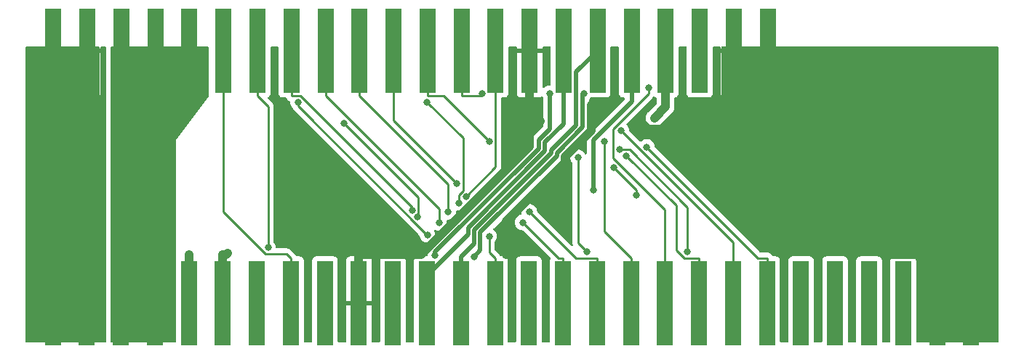
<source format=gbl>
G04 #@! TF.GenerationSoftware,KiCad,Pcbnew,(6.0.6-0)*
G04 #@! TF.CreationDate,2022-08-17T04:52:13+09:00*
G04 #@! TF.ProjectId,PENGO2JAMMA,50454e47-4f32-44a4-914d-4d412e6b6963,rev?*
G04 #@! TF.SameCoordinates,Original*
G04 #@! TF.FileFunction,Copper,L2,Bot*
G04 #@! TF.FilePolarity,Positive*
%FSLAX46Y46*%
G04 Gerber Fmt 4.6, Leading zero omitted, Abs format (unit mm)*
G04 Created by KiCad (PCBNEW (6.0.6-0)) date 2022-08-17 04:52:13*
%MOMM*%
%LPD*%
G01*
G04 APERTURE LIST*
G04 #@! TA.AperFunction,SMDPad,CuDef*
%ADD10R,1.980000X9.900000*%
G04 #@! TD*
G04 #@! TA.AperFunction,ViaPad*
%ADD11C,0.800000*%
G04 #@! TD*
G04 #@! TA.AperFunction,Conductor*
%ADD12C,1.000000*%
G04 #@! TD*
G04 #@! TA.AperFunction,Conductor*
%ADD13C,0.500000*%
G04 #@! TD*
G04 #@! TA.AperFunction,Conductor*
%ADD14C,0.250000*%
G04 #@! TD*
G04 APERTURE END LIST*
D10*
X88520000Y-116840000D03*
X92480000Y-116840000D03*
X96440000Y-116840000D03*
X100400000Y-116840000D03*
X104360000Y-116840000D03*
X108320000Y-116840000D03*
X112280000Y-116840000D03*
X116240000Y-116840000D03*
X120200000Y-116840000D03*
X124160000Y-116840000D03*
X128120000Y-116840000D03*
X132080000Y-116840000D03*
X136040000Y-116840000D03*
X140000000Y-116840000D03*
X143960000Y-116840000D03*
X147920000Y-116840000D03*
X151880000Y-116840000D03*
X155840000Y-116840000D03*
X159800000Y-116840000D03*
X163760000Y-116840000D03*
X167720000Y-116840000D03*
X171680000Y-116840000D03*
X175640000Y-116840000D03*
X179600000Y-116840000D03*
X183560000Y-116840000D03*
X187520000Y-116840000D03*
X191480000Y-116840000D03*
X195440000Y-116840000D03*
X88595000Y-87376000D03*
X92555000Y-87376000D03*
X96515000Y-87376000D03*
X100475000Y-87376000D03*
X104435000Y-87376000D03*
X108395000Y-87376000D03*
X112355000Y-87376000D03*
X116315000Y-87376000D03*
X120275000Y-87376000D03*
X124235000Y-87376000D03*
X128195000Y-87376000D03*
X132155000Y-87376000D03*
X136115000Y-87376000D03*
X140075000Y-87376000D03*
X144035000Y-87376000D03*
X147995000Y-87376000D03*
X151955000Y-87376000D03*
X155915000Y-87376000D03*
X159875000Y-87376000D03*
X163835000Y-87376000D03*
X167795000Y-87376000D03*
X171755000Y-87376000D03*
D11*
X156910300Y-95598100D03*
X145314200Y-95598100D03*
X151189400Y-93726700D03*
X141317700Y-111189700D03*
X150338000Y-92340800D03*
X137565600Y-111439700D03*
X113590800Y-110362600D03*
X130346300Y-106035900D03*
X143233300Y-107416200D03*
X157895000Y-91729700D03*
X154531900Y-98931000D03*
X162384500Y-110817400D03*
X133490800Y-107461300D03*
X139322600Y-109019300D03*
X139344800Y-97937300D03*
X152712300Y-97937300D03*
X134560000Y-106172100D03*
X144006200Y-106172100D03*
X138472600Y-92411700D03*
X154721300Y-96712600D03*
X151460000Y-103651000D03*
X159875000Y-93026300D03*
X158548700Y-95253400D03*
X108867900Y-110994900D03*
X104360000Y-111189700D03*
X157688000Y-98619900D03*
X155303600Y-99639200D03*
X122405100Y-95820700D03*
X131016700Y-106780400D03*
X146378200Y-92338000D03*
X133038800Y-111274000D03*
X136621300Y-104380700D03*
X117060300Y-93396600D03*
X132127000Y-108853100D03*
X132109400Y-93393800D03*
X135766100Y-105129100D03*
X135560300Y-102909800D03*
X153857100Y-100985500D03*
X156506100Y-104242900D03*
X149668900Y-99827000D03*
X150706400Y-110822200D03*
D12*
X144035000Y-87376000D02*
X144035000Y-93026300D01*
X124160000Y-116840000D02*
X124160000Y-111189700D01*
X167795000Y-87376000D02*
X167795000Y-93026300D01*
X191480000Y-116840000D02*
X191480000Y-111189700D01*
X185958400Y-111189700D02*
X191480000Y-111189700D01*
X167795000Y-93026300D02*
X185958400Y-111189700D01*
X144035000Y-95598100D02*
X145314200Y-95598100D01*
X144035000Y-93026300D02*
X144035000Y-95598100D01*
X131368500Y-111189700D02*
X124160000Y-111189700D01*
X144035000Y-98523200D02*
X131368500Y-111189700D01*
X144035000Y-95598100D02*
X144035000Y-98523200D01*
X164318200Y-96503100D02*
X167795000Y-93026300D01*
X157815300Y-96503100D02*
X164318200Y-96503100D01*
X156910300Y-95598100D02*
X157815300Y-96503100D01*
X100400000Y-97061300D02*
X100400000Y-116840000D01*
X104435000Y-93026300D02*
X100400000Y-97061300D01*
X104435000Y-87376000D02*
X104435000Y-93026300D01*
X100475000Y-87376000D02*
X96515000Y-87376000D01*
X96440000Y-116840000D02*
X96440000Y-111189700D01*
X96515000Y-111114700D02*
X96440000Y-111189700D01*
X96515000Y-87376000D02*
X96515000Y-111114700D01*
X92555000Y-111114700D02*
X92480000Y-111189700D01*
X92555000Y-87376000D02*
X92555000Y-111114700D01*
X92480000Y-116840000D02*
X92480000Y-111189700D01*
X88520000Y-93101300D02*
X88520000Y-116840000D01*
X88595000Y-93026300D02*
X88520000Y-93101300D01*
X88595000Y-87376000D02*
X88595000Y-93026300D01*
X141317800Y-111189700D02*
X141317700Y-111189700D01*
X141317800Y-107287200D02*
X141317800Y-111189700D01*
X148179700Y-100425300D02*
X141317800Y-107287200D01*
X148179700Y-99708900D02*
X148179700Y-100425300D01*
X151189400Y-96699200D02*
X148179700Y-99708900D01*
X151189400Y-93726700D02*
X151189400Y-96699200D01*
D13*
X136040000Y-116840000D02*
X136040000Y-111439700D01*
X137571600Y-109908100D02*
X136040000Y-111439700D01*
X137571600Y-108311700D02*
X137571600Y-109908100D01*
X146529000Y-99354300D02*
X137571600Y-108311700D01*
X146529000Y-99024200D02*
X146529000Y-99354300D01*
X149460900Y-96092300D02*
X146529000Y-99024200D01*
X149460900Y-89870100D02*
X149460900Y-96092300D01*
X151955000Y-87376000D02*
X149460900Y-89870100D01*
X150239000Y-92439800D02*
X150338000Y-92340800D01*
X150239000Y-96304700D02*
X150239000Y-92439800D01*
X147229300Y-99314400D02*
X150239000Y-96304700D01*
X147229300Y-99644500D02*
X147229300Y-99314400D01*
X138301700Y-108572100D02*
X147229300Y-99644500D01*
X138301700Y-110703600D02*
X138301700Y-108572100D01*
X137565600Y-111439700D02*
X138301700Y-110703600D01*
D14*
X116240000Y-116840000D02*
X116240000Y-111564700D01*
X115763200Y-111087900D02*
X116240000Y-111564700D01*
X113290400Y-111087900D02*
X115763200Y-111087900D01*
X108395000Y-106192500D02*
X113290400Y-111087900D01*
X108395000Y-87376000D02*
X108395000Y-106192500D01*
X113590800Y-93887100D02*
X113590800Y-110362600D01*
X112355000Y-92651300D02*
X113590800Y-93887100D01*
X112355000Y-87376000D02*
X112355000Y-92651300D01*
X147381800Y-111564700D02*
X147920000Y-111564700D01*
X143233300Y-107416200D02*
X147381800Y-111564700D01*
X147920000Y-116840000D02*
X147920000Y-111564700D01*
X116315000Y-87376000D02*
X116315000Y-92651300D01*
X130346200Y-106035900D02*
X130346300Y-106035900D01*
X130346200Y-105636600D02*
X130346200Y-106035900D01*
X117360900Y-92651300D02*
X130346200Y-105636600D01*
X116315000Y-92651300D02*
X117360900Y-92651300D01*
X159800000Y-105902500D02*
X159800000Y-116840000D01*
X153784200Y-99886700D02*
X159800000Y-105902500D01*
X153784200Y-96489400D02*
X153784200Y-99886700D01*
X157895000Y-92378600D02*
X153784200Y-96489400D01*
X157895000Y-91729700D02*
X157895000Y-92378600D01*
X154549000Y-98913900D02*
X154531900Y-98931000D01*
X155662700Y-98913900D02*
X154549000Y-98913900D01*
X162384400Y-105635600D02*
X155662700Y-98913900D01*
X162384400Y-110817400D02*
X162384400Y-105635600D01*
X162384500Y-110817400D02*
X162384400Y-110817400D01*
X139322600Y-110887300D02*
X140000000Y-111564700D01*
X139322600Y-109019300D02*
X139322600Y-110887300D01*
X140000000Y-116840000D02*
X140000000Y-111564700D01*
X120275000Y-87376000D02*
X120275000Y-92651300D01*
X133490800Y-105867100D02*
X133490800Y-107461300D01*
X120275000Y-92651300D02*
X133490800Y-105867100D01*
X134058800Y-92651300D02*
X139344800Y-97937300D01*
X132155000Y-92651300D02*
X134058800Y-92651300D01*
X132155000Y-87376000D02*
X132155000Y-92651300D01*
X155840000Y-116840000D02*
X155840000Y-111564700D01*
X152712300Y-108437000D02*
X155840000Y-111564700D01*
X152712300Y-97937300D02*
X152712300Y-108437000D01*
X124235000Y-87376000D02*
X124235000Y-92651300D01*
X151880000Y-116840000D02*
X151880000Y-111564700D01*
X134560000Y-102976300D02*
X134560000Y-106172100D01*
X124235000Y-92651300D02*
X134560000Y-102976300D01*
X149398800Y-111564700D02*
X144006200Y-106172100D01*
X151880000Y-111564700D02*
X149398800Y-111564700D01*
X136115000Y-87376000D02*
X136115000Y-92651300D01*
X138233000Y-92651300D02*
X138472600Y-92411700D01*
X136115000Y-92651300D02*
X138233000Y-92651300D01*
X167720000Y-109711300D02*
X154721300Y-96712600D01*
X167720000Y-116840000D02*
X167720000Y-109711300D01*
D13*
X155915000Y-87376000D02*
X155915000Y-92776300D01*
X155915000Y-93317600D02*
X155915000Y-92776300D01*
X151460000Y-97772600D02*
X155915000Y-93317600D01*
X151460000Y-103651000D02*
X151460000Y-97772600D01*
D12*
X159875000Y-87376000D02*
X159875000Y-92726200D01*
X159875000Y-92726200D02*
X159875000Y-93026300D01*
X159875000Y-93927100D02*
X158548700Y-95253400D01*
X159875000Y-93026300D02*
X159875000Y-93927100D01*
X108673100Y-111189700D02*
X108867900Y-110994900D01*
X108320000Y-111189700D02*
X108673100Y-111189700D01*
X108320000Y-116840000D02*
X108320000Y-111189700D01*
X104360000Y-116840000D02*
X104360000Y-111189700D01*
D14*
X170632800Y-111564700D02*
X157688000Y-98619900D01*
X171680000Y-111564700D02*
X170632800Y-111564700D01*
X171680000Y-116840000D02*
X171680000Y-111564700D01*
X162048800Y-111564700D02*
X163760000Y-111564700D01*
X161115600Y-110631500D02*
X162048800Y-111564700D01*
X161115600Y-105451200D02*
X161115600Y-110631500D01*
X155303600Y-99639200D02*
X161115600Y-105451200D01*
X163760000Y-116840000D02*
X163760000Y-111564700D01*
X131084200Y-106712900D02*
X131016700Y-106780400D01*
X131084200Y-104499800D02*
X131084200Y-106712900D01*
X122405100Y-95820700D02*
X131084200Y-104499800D01*
D13*
X133038800Y-110863500D02*
X133038800Y-111274000D01*
X145128400Y-98773900D02*
X133038800Y-110863500D01*
X145128400Y-97783400D02*
X145128400Y-98773900D01*
X146378200Y-96533600D02*
X145128400Y-97783400D01*
X146378200Y-92338000D02*
X146378200Y-96533600D01*
X147995000Y-87376000D02*
X147995000Y-92776300D01*
X132080000Y-113610700D02*
X132080000Y-116840000D01*
X136871300Y-108819400D02*
X132080000Y-113610700D01*
X136871300Y-108021500D02*
X136871300Y-108819400D01*
X145828700Y-99064100D02*
X136871300Y-108021500D01*
X145828700Y-98073600D02*
X145828700Y-99064100D01*
X147995000Y-95907300D02*
X145828700Y-98073600D01*
X147995000Y-92776300D02*
X147995000Y-95907300D01*
D14*
X140075000Y-87376000D02*
X140075000Y-92651300D01*
X140075000Y-100927000D02*
X136621300Y-104380700D01*
X140075000Y-92651300D02*
X140075000Y-100927000D01*
X132063700Y-108853100D02*
X132127000Y-108853100D01*
X117060300Y-93849700D02*
X132063700Y-108853100D01*
X117060300Y-93396600D02*
X117060300Y-93849700D01*
X135766100Y-104210200D02*
X135766100Y-105129100D01*
X136285700Y-103690600D02*
X135766100Y-104210200D01*
X136285700Y-97570100D02*
X136285700Y-103690600D01*
X132109400Y-93393800D02*
X136285700Y-97570100D01*
X128195000Y-95544500D02*
X135560300Y-102909800D01*
X128195000Y-87376000D02*
X128195000Y-95544500D01*
X156506100Y-103634500D02*
X153857100Y-100985500D01*
X156506100Y-104242900D02*
X156506100Y-103634500D01*
X149668900Y-109784700D02*
X150706400Y-110822200D01*
X149668900Y-99827000D02*
X149668900Y-109784700D01*
G04 #@! TA.AperFunction,Conductor*
G36*
X93922121Y-86888502D02*
G01*
X93968614Y-86942158D01*
X93980000Y-86994500D01*
X93980000Y-121285500D01*
X93959998Y-121353621D01*
X93906342Y-121400114D01*
X93854000Y-121411500D01*
X85470500Y-121411500D01*
X85402379Y-121391498D01*
X85355886Y-121337842D01*
X85344500Y-121285500D01*
X85344500Y-86994500D01*
X85364502Y-86926379D01*
X85418158Y-86879886D01*
X85470500Y-86868500D01*
X93854000Y-86868500D01*
X93922121Y-86888502D01*
G37*
G04 #@! TD.AperFunction*
G04 #@! TA.AperFunction,Conductor*
G36*
X106622121Y-86888502D02*
G01*
X106668614Y-86942158D01*
X106680000Y-86994500D01*
X106680000Y-92668000D01*
X106659998Y-92736121D01*
X106654800Y-92743600D01*
X102870000Y-97790000D01*
X102870000Y-111761836D01*
X102867912Y-111779647D01*
X102868255Y-111779684D01*
X102861500Y-111841866D01*
X102861500Y-121285500D01*
X102841498Y-121353621D01*
X102787842Y-121400114D01*
X102735500Y-121411500D01*
X95376000Y-121411500D01*
X95307879Y-121391498D01*
X95261386Y-121337842D01*
X95250000Y-121285500D01*
X95250000Y-86994500D01*
X95270002Y-86926379D01*
X95323658Y-86879886D01*
X95376000Y-86868500D01*
X106554000Y-86868500D01*
X106622121Y-86888502D01*
G37*
G04 #@! TD.AperFunction*
G04 #@! TA.AperFunction,Conductor*
G36*
X180340000Y-104140000D02*
G01*
X182880000Y-106680000D01*
X198627500Y-106680000D01*
X198627500Y-121285500D01*
X198607498Y-121353621D01*
X198553842Y-121400114D01*
X198501500Y-121411500D01*
X189230000Y-121411500D01*
X189230000Y-111760000D01*
X189004366Y-111760000D01*
X188963767Y-111651703D01*
X188960615Y-111643295D01*
X188873261Y-111526739D01*
X188756705Y-111439385D01*
X188620316Y-111388255D01*
X188558134Y-111381500D01*
X186481866Y-111381500D01*
X186419684Y-111388255D01*
X186283295Y-111439385D01*
X186166739Y-111526739D01*
X186079385Y-111643295D01*
X186035634Y-111760000D01*
X185044366Y-111760000D01*
X185003767Y-111651703D01*
X185000615Y-111643295D01*
X184913261Y-111526739D01*
X184796705Y-111439385D01*
X184660316Y-111388255D01*
X184598134Y-111381500D01*
X182521866Y-111381500D01*
X182503496Y-111383496D01*
X166370000Y-95250000D01*
X166370000Y-86868500D01*
X180340000Y-86868500D01*
X180340000Y-104140000D01*
G37*
G04 #@! TD.AperFunction*
G04 #@! TA.AperFunction,Conductor*
G36*
X189230000Y-121411500D02*
G01*
X189144500Y-121411500D01*
X189076379Y-121391498D01*
X189029886Y-121337842D01*
X189018500Y-121285500D01*
X189018500Y-111841866D01*
X189011745Y-111779684D01*
X189004366Y-111760000D01*
X189230000Y-111760000D01*
X189230000Y-121411500D01*
G37*
G04 #@! TD.AperFunction*
G04 #@! TA.AperFunction,Conductor*
G36*
X186028255Y-111779684D02*
G01*
X186021500Y-111841866D01*
X186021500Y-121285500D01*
X186001498Y-121353621D01*
X185947842Y-121400114D01*
X185895500Y-121411500D01*
X185184500Y-121411500D01*
X185116379Y-121391498D01*
X185069886Y-121337842D01*
X185058500Y-121285500D01*
X185058500Y-111841866D01*
X185051745Y-111779684D01*
X185044366Y-111760000D01*
X186035634Y-111760000D01*
X186028255Y-111779684D01*
G37*
G04 #@! TD.AperFunction*
G04 #@! TA.AperFunction,Conductor*
G36*
X94678621Y-86888502D02*
G01*
X94725114Y-86942158D01*
X94736500Y-86994500D01*
X94736500Y-121285500D01*
X94716498Y-121353621D01*
X94662842Y-121400114D01*
X94610500Y-121411500D01*
X94104000Y-121411500D01*
X94035879Y-121391498D01*
X93989386Y-121337842D01*
X93980000Y-121294694D01*
X93980000Y-92592706D01*
X93989786Y-92579649D01*
X93998324Y-92564054D01*
X94043478Y-92443606D01*
X94047105Y-92428351D01*
X94052631Y-92377486D01*
X94053000Y-92370672D01*
X94052999Y-87648115D01*
X94048524Y-87632876D01*
X94047134Y-87631671D01*
X94039451Y-87630000D01*
X93980000Y-87630000D01*
X93980000Y-87122000D01*
X94034884Y-87122000D01*
X94050123Y-87117525D01*
X94051328Y-87116135D01*
X94052999Y-87108452D01*
X94052999Y-86994500D01*
X94073001Y-86926379D01*
X94126657Y-86879886D01*
X94178999Y-86868500D01*
X94610500Y-86868500D01*
X94678621Y-86888502D01*
G37*
G04 #@! TD.AperFunction*
G04 #@! TA.AperFunction,Conductor*
G36*
X162278621Y-86888502D02*
G01*
X162325114Y-86942158D01*
X162336500Y-86994500D01*
X162336500Y-92374134D01*
X162343255Y-92436316D01*
X162394385Y-92572705D01*
X162481739Y-92689261D01*
X162598295Y-92776615D01*
X162734684Y-92827745D01*
X162796866Y-92834500D01*
X164873134Y-92834500D01*
X164935316Y-92827745D01*
X165071705Y-92776615D01*
X165188261Y-92689261D01*
X165275615Y-92572705D01*
X165326745Y-92436316D01*
X165333500Y-92374134D01*
X165333500Y-86994500D01*
X165353502Y-86926379D01*
X165407158Y-86879886D01*
X165459500Y-86868500D01*
X166171000Y-86868500D01*
X166239121Y-86888502D01*
X166285614Y-86942158D01*
X166297000Y-86994500D01*
X166297000Y-87103885D01*
X166301475Y-87119124D01*
X166302865Y-87120329D01*
X166310548Y-87122000D01*
X166370000Y-87122000D01*
X166370000Y-87630000D01*
X166315115Y-87630000D01*
X166299876Y-87634475D01*
X166298671Y-87635865D01*
X166297000Y-87643548D01*
X166297001Y-92370669D01*
X166297371Y-92377490D01*
X166302895Y-92428352D01*
X166306521Y-92443604D01*
X166351676Y-92564054D01*
X166360214Y-92579649D01*
X166370000Y-92592706D01*
X166370000Y-95250000D01*
X182503496Y-111383496D01*
X182459684Y-111388255D01*
X182323295Y-111439385D01*
X182206739Y-111526739D01*
X182119385Y-111643295D01*
X182068255Y-111779684D01*
X182061500Y-111841866D01*
X182061500Y-121285500D01*
X182041498Y-121353621D01*
X181987842Y-121400114D01*
X181935500Y-121411500D01*
X181224500Y-121411500D01*
X181156379Y-121391498D01*
X181109886Y-121337842D01*
X181098500Y-121285500D01*
X181098500Y-111841866D01*
X181091745Y-111779684D01*
X181040615Y-111643295D01*
X180953261Y-111526739D01*
X180836705Y-111439385D01*
X180700316Y-111388255D01*
X180638134Y-111381500D01*
X178561866Y-111381500D01*
X178499684Y-111388255D01*
X178363295Y-111439385D01*
X178246739Y-111526739D01*
X178159385Y-111643295D01*
X178108255Y-111779684D01*
X178101500Y-111841866D01*
X178101500Y-121285500D01*
X178081498Y-121353621D01*
X178027842Y-121400114D01*
X177975500Y-121411500D01*
X177264500Y-121411500D01*
X177196379Y-121391498D01*
X177149886Y-121337842D01*
X177138500Y-121285500D01*
X177138500Y-111841866D01*
X177131745Y-111779684D01*
X177080615Y-111643295D01*
X176993261Y-111526739D01*
X176876705Y-111439385D01*
X176740316Y-111388255D01*
X176678134Y-111381500D01*
X174601866Y-111381500D01*
X174539684Y-111388255D01*
X174403295Y-111439385D01*
X174286739Y-111526739D01*
X174199385Y-111643295D01*
X174148255Y-111779684D01*
X174141500Y-111841866D01*
X174141500Y-121285500D01*
X174121498Y-121353621D01*
X174067842Y-121400114D01*
X174015500Y-121411500D01*
X173304500Y-121411500D01*
X173236379Y-121391498D01*
X173189886Y-121337842D01*
X173178500Y-121285500D01*
X173178500Y-111841866D01*
X173171745Y-111779684D01*
X173120615Y-111643295D01*
X173033261Y-111526739D01*
X172916705Y-111439385D01*
X172780316Y-111388255D01*
X172718134Y-111381500D01*
X172378120Y-111381500D01*
X172309999Y-111361498D01*
X172263506Y-111307842D01*
X172262425Y-111305065D01*
X172260215Y-111300368D01*
X172257764Y-111292825D01*
X172253514Y-111286128D01*
X172253350Y-111285869D01*
X172242585Y-111264742D01*
X172242471Y-111264454D01*
X172242468Y-111264449D01*
X172239552Y-111257083D01*
X172234896Y-111250675D01*
X172234893Y-111250669D01*
X172206542Y-111211648D01*
X172202092Y-111205101D01*
X172191725Y-111188765D01*
X172172000Y-111157682D01*
X172165993Y-111152041D01*
X172150312Y-111134254D01*
X172150134Y-111134009D01*
X172150131Y-111134006D01*
X172145472Y-111127593D01*
X172139362Y-111122538D01*
X172102204Y-111091797D01*
X172096270Y-111086566D01*
X172061102Y-111053542D01*
X172061099Y-111053540D01*
X172055321Y-111048114D01*
X172048097Y-111044142D01*
X172028494Y-111030819D01*
X172028254Y-111030620D01*
X172028247Y-111030616D01*
X172022144Y-111025567D01*
X171971324Y-111001653D01*
X171964292Y-110998071D01*
X171915060Y-110971005D01*
X171907385Y-110969035D01*
X171907379Y-110969032D01*
X171907081Y-110968956D01*
X171884772Y-110960924D01*
X171884497Y-110960794D01*
X171884489Y-110960791D01*
X171877318Y-110957417D01*
X171822151Y-110946894D01*
X171814442Y-110945171D01*
X171780449Y-110936443D01*
X171767707Y-110933171D01*
X171767706Y-110933171D01*
X171760030Y-110931200D01*
X171751793Y-110931200D01*
X171728184Y-110928968D01*
X171727881Y-110928910D01*
X171727877Y-110928910D01*
X171720094Y-110927425D01*
X171664049Y-110930951D01*
X171656138Y-110931200D01*
X170947394Y-110931200D01*
X170879273Y-110911198D01*
X170858299Y-110894295D01*
X158635122Y-98671117D01*
X158601096Y-98608805D01*
X158598907Y-98595192D01*
X158582232Y-98436535D01*
X158582232Y-98436533D01*
X158581542Y-98429972D01*
X158522527Y-98248344D01*
X158427040Y-98082956D01*
X158407292Y-98061023D01*
X158303675Y-97945945D01*
X158303672Y-97945942D01*
X158299253Y-97941034D01*
X158144752Y-97828782D01*
X158138724Y-97826098D01*
X158138722Y-97826097D01*
X157976319Y-97753791D01*
X157976318Y-97753791D01*
X157970288Y-97751106D01*
X157876887Y-97731253D01*
X157789944Y-97712772D01*
X157789939Y-97712772D01*
X157783487Y-97711400D01*
X157592513Y-97711400D01*
X157586061Y-97712772D01*
X157586056Y-97712772D01*
X157499112Y-97731253D01*
X157405712Y-97751106D01*
X157399682Y-97753791D01*
X157399681Y-97753791D01*
X157237278Y-97826097D01*
X157237276Y-97826098D01*
X157231248Y-97828782D01*
X157076747Y-97941034D01*
X157057862Y-97962008D01*
X157056092Y-97963974D01*
X156995646Y-98001212D01*
X156924662Y-97999860D01*
X156873362Y-97968757D01*
X155668422Y-96763817D01*
X155634396Y-96701505D01*
X155632207Y-96687892D01*
X155615532Y-96529235D01*
X155615532Y-96529233D01*
X155614842Y-96522672D01*
X155555827Y-96341044D01*
X155460340Y-96175656D01*
X155332553Y-96033734D01*
X155327206Y-96029849D01*
X155327187Y-96029832D01*
X155289948Y-95969385D01*
X155291300Y-95898402D01*
X155322403Y-95847101D01*
X156760452Y-94409053D01*
X158287253Y-92882252D01*
X158295539Y-92874712D01*
X158302018Y-92870600D01*
X158348644Y-92820948D01*
X158351398Y-92818107D01*
X158371135Y-92798370D01*
X158373615Y-92795173D01*
X158381320Y-92786151D01*
X158411586Y-92753921D01*
X158412972Y-92755223D01*
X158461107Y-92718112D01*
X158531844Y-92712043D01*
X158582374Y-92734705D01*
X158638295Y-92776615D01*
X158649541Y-92780831D01*
X158767286Y-92824972D01*
X158767289Y-92824973D01*
X158771300Y-92826476D01*
X158771301Y-92826477D01*
X158774684Y-92827745D01*
X158774479Y-92828292D01*
X158831296Y-92860754D01*
X158864114Y-92923710D01*
X158866500Y-92948116D01*
X158866500Y-93457176D01*
X158846498Y-93525297D01*
X158829595Y-93546271D01*
X157800391Y-94575475D01*
X157798438Y-94577852D01*
X157798434Y-94577857D01*
X157776117Y-94605026D01*
X157706597Y-94689661D01*
X157613138Y-94863963D01*
X157555313Y-95053098D01*
X157535326Y-95249862D01*
X157553939Y-95446762D01*
X157555699Y-95452665D01*
X157597570Y-95593119D01*
X157610441Y-95636296D01*
X157702682Y-95811246D01*
X157706558Y-95816032D01*
X157706559Y-95816034D01*
X157773260Y-95898402D01*
X157827147Y-95964947D01*
X157979096Y-96091546D01*
X158152741Y-96186222D01*
X158247104Y-96215793D01*
X158335586Y-96243522D01*
X158335589Y-96243523D01*
X158341468Y-96245365D01*
X158347591Y-96246030D01*
X158347595Y-96246031D01*
X158531963Y-96266059D01*
X158531967Y-96266059D01*
X158538088Y-96266724D01*
X158735113Y-96249487D01*
X158741030Y-96247768D01*
X158741035Y-96247767D01*
X158871764Y-96209786D01*
X158925036Y-96194309D01*
X159100626Y-96103292D01*
X159134737Y-96076062D01*
X159218923Y-96008858D01*
X159218930Y-96008851D01*
X159221673Y-96006662D01*
X160544384Y-94683951D01*
X160554527Y-94674849D01*
X160579218Y-94654997D01*
X160584025Y-94651132D01*
X160616312Y-94612654D01*
X160619467Y-94609038D01*
X160621123Y-94607212D01*
X160623309Y-94605026D01*
X160625264Y-94602646D01*
X160625273Y-94602636D01*
X160650576Y-94571832D01*
X160651418Y-94570817D01*
X160707194Y-94504345D01*
X160711154Y-94499626D01*
X160713723Y-94494952D01*
X160717102Y-94490839D01*
X160760975Y-94409015D01*
X160761584Y-94407893D01*
X160803464Y-94331714D01*
X160803465Y-94331712D01*
X160806433Y-94326313D01*
X160808045Y-94321231D01*
X160810562Y-94316537D01*
X160837762Y-94227569D01*
X160838108Y-94226458D01*
X160845548Y-94203007D01*
X160866235Y-94137794D01*
X160866829Y-94132498D01*
X160868387Y-94127402D01*
X160877790Y-94034843D01*
X160877911Y-94033707D01*
X160883500Y-93983873D01*
X160883500Y-93980346D01*
X160883555Y-93979361D01*
X160884002Y-93973681D01*
X160888374Y-93930638D01*
X160884059Y-93884991D01*
X160883500Y-93873133D01*
X160883500Y-92948116D01*
X160903502Y-92879995D01*
X160957158Y-92833502D01*
X160973266Y-92827968D01*
X160975316Y-92827745D01*
X160982711Y-92824973D01*
X160982714Y-92824972D01*
X161100459Y-92780831D01*
X161111705Y-92776615D01*
X161228261Y-92689261D01*
X161315615Y-92572705D01*
X161366745Y-92436316D01*
X161373500Y-92374134D01*
X161373500Y-86994500D01*
X161393502Y-86926379D01*
X161447158Y-86879886D01*
X161499500Y-86868500D01*
X162210500Y-86868500D01*
X162278621Y-86888502D01*
G37*
G04 #@! TD.AperFunction*
G04 #@! TA.AperFunction,Conductor*
G36*
X114758621Y-86888502D02*
G01*
X114805114Y-86942158D01*
X114816500Y-86994500D01*
X114816500Y-92374134D01*
X114823255Y-92436316D01*
X114874385Y-92572705D01*
X114961739Y-92689261D01*
X115078295Y-92776615D01*
X115214684Y-92827745D01*
X115276866Y-92834500D01*
X115616880Y-92834500D01*
X115685001Y-92854502D01*
X115731494Y-92908158D01*
X115732575Y-92910935D01*
X115734785Y-92915632D01*
X115737236Y-92923175D01*
X115741486Y-92929871D01*
X115741486Y-92929872D01*
X115741650Y-92930131D01*
X115752415Y-92951258D01*
X115752529Y-92951546D01*
X115752532Y-92951551D01*
X115755448Y-92958917D01*
X115760104Y-92965325D01*
X115760107Y-92965331D01*
X115788458Y-93004352D01*
X115792901Y-93010889D01*
X115823000Y-93058318D01*
X115828778Y-93063744D01*
X115828779Y-93063745D01*
X115829007Y-93063959D01*
X115844688Y-93081746D01*
X115849528Y-93088407D01*
X115855637Y-93093461D01*
X115855638Y-93093462D01*
X115892796Y-93124203D01*
X115898730Y-93129434D01*
X115933898Y-93162458D01*
X115933901Y-93162460D01*
X115939679Y-93167886D01*
X115946903Y-93171858D01*
X115966506Y-93185181D01*
X115966746Y-93185380D01*
X115966753Y-93185384D01*
X115972856Y-93190433D01*
X115999176Y-93202818D01*
X116023676Y-93214347D01*
X116030708Y-93217929D01*
X116079940Y-93244995D01*
X116078971Y-93246756D01*
X116126585Y-93283911D01*
X116150058Y-93350915D01*
X116149534Y-93370548D01*
X116146796Y-93396600D01*
X116147486Y-93403165D01*
X116166018Y-93579483D01*
X116166758Y-93586528D01*
X116225773Y-93768156D01*
X116321260Y-93933544D01*
X116449047Y-94075466D01*
X116453049Y-94078374D01*
X116476462Y-94106979D01*
X116484593Y-94120727D01*
X116493288Y-94138476D01*
X116500748Y-94157317D01*
X116505410Y-94163733D01*
X116505410Y-94163734D01*
X116526736Y-94193087D01*
X116533252Y-94203007D01*
X116547471Y-94227049D01*
X116555758Y-94241062D01*
X116570079Y-94255383D01*
X116582919Y-94270416D01*
X116594828Y-94286807D01*
X116613556Y-94302300D01*
X116628905Y-94314998D01*
X116637684Y-94322988D01*
X131187312Y-108872617D01*
X131221338Y-108934929D01*
X131223527Y-108948539D01*
X131233458Y-109043028D01*
X131292473Y-109224656D01*
X131387960Y-109390044D01*
X131515747Y-109531966D01*
X131549163Y-109556244D01*
X131640805Y-109622826D01*
X131670248Y-109644218D01*
X131676276Y-109646902D01*
X131676278Y-109646903D01*
X131814498Y-109708442D01*
X131844712Y-109721894D01*
X131938112Y-109741747D01*
X132025056Y-109760228D01*
X132025061Y-109760228D01*
X132031513Y-109761600D01*
X132222487Y-109761600D01*
X132228939Y-109760228D01*
X132228944Y-109760228D01*
X132315887Y-109741747D01*
X132409288Y-109721894D01*
X132439502Y-109708442D01*
X132577722Y-109646903D01*
X132577724Y-109646902D01*
X132583752Y-109644218D01*
X132613196Y-109622826D01*
X132704837Y-109556244D01*
X132738253Y-109531966D01*
X132866040Y-109390044D01*
X132961527Y-109224656D01*
X133020542Y-109043028D01*
X133040504Y-108853100D01*
X133029102Y-108744617D01*
X133021232Y-108669735D01*
X133021232Y-108669733D01*
X133020542Y-108663172D01*
X132961527Y-108481544D01*
X132952273Y-108465515D01*
X132935536Y-108396521D01*
X132958757Y-108329429D01*
X133014565Y-108285542D01*
X133085240Y-108278794D01*
X133112642Y-108287410D01*
X133177207Y-108316156D01*
X133208512Y-108330094D01*
X133280262Y-108345345D01*
X133388856Y-108368428D01*
X133388861Y-108368428D01*
X133395313Y-108369800D01*
X133586287Y-108369800D01*
X133592739Y-108368428D01*
X133592744Y-108368428D01*
X133701338Y-108345345D01*
X133773088Y-108330094D01*
X133779119Y-108327409D01*
X133941522Y-108255103D01*
X133941524Y-108255102D01*
X133947552Y-108252418D01*
X134102053Y-108140166D01*
X134229840Y-107998244D01*
X134325327Y-107832856D01*
X134384342Y-107651228D01*
X134392193Y-107576535D01*
X134403614Y-107467865D01*
X134404304Y-107461300D01*
X134403614Y-107454735D01*
X134385032Y-107277935D01*
X134385032Y-107277933D01*
X134384342Y-107271372D01*
X134375947Y-107245535D01*
X134373919Y-107174570D01*
X134410581Y-107113772D01*
X134474293Y-107082446D01*
X134495780Y-107080600D01*
X134655487Y-107080600D01*
X134661939Y-107079228D01*
X134661944Y-107079228D01*
X134748887Y-107060747D01*
X134842288Y-107040894D01*
X134848319Y-107038209D01*
X135010722Y-106965903D01*
X135010724Y-106965902D01*
X135016752Y-106963218D01*
X135171253Y-106850966D01*
X135299040Y-106709044D01*
X135367498Y-106590472D01*
X135391223Y-106549379D01*
X135391224Y-106549378D01*
X135394527Y-106543656D01*
X135453542Y-106362028D01*
X135466771Y-106236166D01*
X135472814Y-106178665D01*
X135473504Y-106172100D01*
X135472668Y-106164147D01*
X135472814Y-106163349D01*
X135472814Y-106158930D01*
X135473622Y-106158930D01*
X135485440Y-106094308D01*
X135533942Y-106042462D01*
X135602775Y-106025067D01*
X135624176Y-106027730D01*
X135664149Y-106036227D01*
X135664158Y-106036228D01*
X135670613Y-106037600D01*
X135861587Y-106037600D01*
X135868039Y-106036228D01*
X135868044Y-106036228D01*
X135954987Y-106017747D01*
X136048388Y-105997894D01*
X136078411Y-105984527D01*
X136216822Y-105922903D01*
X136216824Y-105922902D01*
X136222852Y-105920218D01*
X136377353Y-105807966D01*
X136505140Y-105666044D01*
X136600627Y-105500656D01*
X136643333Y-105369221D01*
X136683407Y-105310615D01*
X136736968Y-105284910D01*
X136903588Y-105249494D01*
X136909619Y-105246809D01*
X137072022Y-105174503D01*
X137072024Y-105174502D01*
X137078052Y-105171818D01*
X137232553Y-105059566D01*
X137253139Y-105036703D01*
X137355921Y-104922552D01*
X137355922Y-104922551D01*
X137360340Y-104917644D01*
X137455827Y-104752256D01*
X137514842Y-104570628D01*
X137515540Y-104563993D01*
X137527637Y-104448886D01*
X137532207Y-104405406D01*
X137559220Y-104339750D01*
X137568422Y-104329482D01*
X140467247Y-101430657D01*
X140475537Y-101423113D01*
X140482018Y-101419000D01*
X140528659Y-101369332D01*
X140531413Y-101366491D01*
X140551134Y-101346770D01*
X140553612Y-101343575D01*
X140561318Y-101334553D01*
X140586158Y-101308101D01*
X140591586Y-101302321D01*
X140601346Y-101284568D01*
X140612199Y-101268045D01*
X140619753Y-101258306D01*
X140624613Y-101252041D01*
X140642176Y-101211457D01*
X140647383Y-101200827D01*
X140668695Y-101162060D01*
X140670666Y-101154383D01*
X140670668Y-101154378D01*
X140673732Y-101142442D01*
X140680138Y-101123730D01*
X140685034Y-101112417D01*
X140688181Y-101105145D01*
X140695097Y-101061481D01*
X140697504Y-101049860D01*
X140706528Y-101014711D01*
X140706528Y-101014710D01*
X140708500Y-101007030D01*
X140708500Y-100986769D01*
X140710051Y-100967058D01*
X140711979Y-100954885D01*
X140713219Y-100947057D01*
X140709059Y-100903046D01*
X140708500Y-100891189D01*
X140708500Y-92960500D01*
X140728502Y-92892379D01*
X140782158Y-92845886D01*
X140834500Y-92834500D01*
X141113134Y-92834500D01*
X141175316Y-92827745D01*
X141311705Y-92776615D01*
X141428261Y-92689261D01*
X141515615Y-92572705D01*
X141566745Y-92436316D01*
X141573500Y-92374134D01*
X141573500Y-87643548D01*
X142537000Y-87643548D01*
X142537001Y-92370669D01*
X142537371Y-92377490D01*
X142542895Y-92428352D01*
X142546521Y-92443604D01*
X142591676Y-92564054D01*
X142600214Y-92579649D01*
X142676715Y-92681724D01*
X142689276Y-92694285D01*
X142791351Y-92770786D01*
X142806946Y-92779324D01*
X142927394Y-92824478D01*
X142942649Y-92828105D01*
X142993514Y-92833631D01*
X143000328Y-92834000D01*
X143762885Y-92834000D01*
X143778124Y-92829525D01*
X143779329Y-92828135D01*
X143781000Y-92820452D01*
X143781000Y-87648115D01*
X143776525Y-87632876D01*
X143775135Y-87631671D01*
X143767452Y-87630000D01*
X142555115Y-87630000D01*
X142539876Y-87634475D01*
X142538671Y-87635865D01*
X142537000Y-87643548D01*
X141573500Y-87643548D01*
X141573500Y-86994500D01*
X141593502Y-86926379D01*
X141647158Y-86879886D01*
X141699500Y-86868500D01*
X142411000Y-86868500D01*
X142479121Y-86888502D01*
X142525614Y-86942158D01*
X142537000Y-86994500D01*
X142537000Y-87103885D01*
X142541475Y-87119124D01*
X142542865Y-87120329D01*
X142550548Y-87122000D01*
X145514884Y-87122000D01*
X145530123Y-87117525D01*
X145531328Y-87116135D01*
X145532999Y-87108452D01*
X145532999Y-86994500D01*
X145553001Y-86926379D01*
X145606657Y-86879886D01*
X145658999Y-86868500D01*
X146370500Y-86868500D01*
X146438621Y-86888502D01*
X146485114Y-86942158D01*
X146496500Y-86994500D01*
X146496500Y-91303500D01*
X146476498Y-91371621D01*
X146422842Y-91418114D01*
X146370500Y-91429500D01*
X146282713Y-91429500D01*
X146276261Y-91430872D01*
X146276256Y-91430872D01*
X146208281Y-91445321D01*
X146095912Y-91469206D01*
X146089882Y-91471891D01*
X146089881Y-91471891D01*
X145927478Y-91544197D01*
X145927476Y-91544198D01*
X145921448Y-91546882D01*
X145766947Y-91659134D01*
X145762526Y-91664044D01*
X145762525Y-91664045D01*
X145752636Y-91675028D01*
X145692190Y-91712268D01*
X145621207Y-91710916D01*
X145562222Y-91671403D01*
X145533964Y-91606272D01*
X145533000Y-91590718D01*
X145532999Y-87648115D01*
X145528524Y-87632876D01*
X145527134Y-87631671D01*
X145519451Y-87630000D01*
X144307115Y-87630000D01*
X144291876Y-87634475D01*
X144290671Y-87635865D01*
X144289000Y-87643548D01*
X144289000Y-92815884D01*
X144293475Y-92831123D01*
X144294865Y-92832328D01*
X144302548Y-92833999D01*
X145069669Y-92833999D01*
X145076490Y-92833629D01*
X145127352Y-92828105D01*
X145142604Y-92824479D01*
X145263054Y-92779324D01*
X145278644Y-92770789D01*
X145374643Y-92698842D01*
X145441150Y-92673995D01*
X145510532Y-92689048D01*
X145559326Y-92736668D01*
X145590395Y-92790480D01*
X145602819Y-92811999D01*
X145619700Y-92874999D01*
X145619700Y-96167229D01*
X145599698Y-96235350D01*
X145582795Y-96256324D01*
X144639489Y-97199630D01*
X144625077Y-97212016D01*
X144613482Y-97220549D01*
X144613477Y-97220554D01*
X144607582Y-97224892D01*
X144602843Y-97230470D01*
X144602840Y-97230473D01*
X144573365Y-97265168D01*
X144566435Y-97272684D01*
X144560740Y-97278379D01*
X144558460Y-97281261D01*
X144543119Y-97300651D01*
X144540328Y-97304055D01*
X144502242Y-97348885D01*
X144493067Y-97359685D01*
X144489739Y-97366201D01*
X144486372Y-97371250D01*
X144483205Y-97376379D01*
X144478666Y-97382116D01*
X144447745Y-97448275D01*
X144445842Y-97452169D01*
X144412631Y-97517208D01*
X144410892Y-97524316D01*
X144408793Y-97529959D01*
X144406876Y-97535722D01*
X144403778Y-97542350D01*
X144402288Y-97549512D01*
X144402288Y-97549513D01*
X144388914Y-97613812D01*
X144387944Y-97618096D01*
X144370592Y-97689010D01*
X144369900Y-97700164D01*
X144369864Y-97700162D01*
X144369625Y-97704155D01*
X144369251Y-97708347D01*
X144367760Y-97715515D01*
X144368686Y-97749734D01*
X144369854Y-97792921D01*
X144369900Y-97796328D01*
X144369900Y-98407529D01*
X144349898Y-98475650D01*
X144332995Y-98496624D01*
X132549889Y-110279730D01*
X132535477Y-110292116D01*
X132523882Y-110300649D01*
X132523877Y-110300654D01*
X132517982Y-110304992D01*
X132513243Y-110310570D01*
X132513240Y-110310573D01*
X132483765Y-110345268D01*
X132476835Y-110352784D01*
X132471140Y-110358479D01*
X132468860Y-110361361D01*
X132453519Y-110380751D01*
X132450728Y-110384155D01*
X132408209Y-110434203D01*
X132403467Y-110439785D01*
X132400139Y-110446301D01*
X132396772Y-110451350D01*
X132393605Y-110456479D01*
X132389066Y-110462216D01*
X132358145Y-110528375D01*
X132356242Y-110532269D01*
X132323031Y-110597308D01*
X132321292Y-110604416D01*
X132319193Y-110610059D01*
X132317276Y-110615822D01*
X132314178Y-110622450D01*
X132312688Y-110629612D01*
X132312688Y-110629613D01*
X132299314Y-110693912D01*
X132298343Y-110698201D01*
X132285075Y-110752423D01*
X132271805Y-110785475D01*
X132212784Y-110887702D01*
X132204273Y-110902444D01*
X132145258Y-111084072D01*
X132144569Y-111090631D01*
X132144568Y-111090634D01*
X132125856Y-111268671D01*
X132098843Y-111334327D01*
X132040621Y-111374957D01*
X132000546Y-111381500D01*
X131041866Y-111381500D01*
X130979684Y-111388255D01*
X130843295Y-111439385D01*
X130726739Y-111526739D01*
X130639385Y-111643295D01*
X130588255Y-111779684D01*
X130581500Y-111841866D01*
X130581500Y-121285500D01*
X130561498Y-121353621D01*
X130507842Y-121400114D01*
X130455500Y-121411500D01*
X129744500Y-121411500D01*
X129676379Y-121391498D01*
X129629886Y-121337842D01*
X129618500Y-121285500D01*
X129618500Y-111841866D01*
X129611745Y-111779684D01*
X129560615Y-111643295D01*
X129473261Y-111526739D01*
X129356705Y-111439385D01*
X129220316Y-111388255D01*
X129158134Y-111381500D01*
X127081866Y-111381500D01*
X127019684Y-111388255D01*
X126883295Y-111439385D01*
X126766739Y-111526739D01*
X126679385Y-111643295D01*
X126628255Y-111779684D01*
X126621500Y-111841866D01*
X126621500Y-121285500D01*
X126601498Y-121353621D01*
X126547842Y-121400114D01*
X126495500Y-121411500D01*
X125784000Y-121411500D01*
X125715879Y-121391498D01*
X125669386Y-121337842D01*
X125658000Y-121285500D01*
X125658000Y-117112115D01*
X125653525Y-117096876D01*
X125652135Y-117095671D01*
X125644452Y-117094000D01*
X122680116Y-117094000D01*
X122664877Y-117098475D01*
X122663672Y-117099865D01*
X122662001Y-117107548D01*
X122662001Y-121285500D01*
X122641999Y-121353621D01*
X122588343Y-121400114D01*
X122536001Y-121411500D01*
X121824500Y-121411500D01*
X121756379Y-121391498D01*
X121709886Y-121337842D01*
X121698500Y-121285500D01*
X121698500Y-116567885D01*
X122662000Y-116567885D01*
X122666475Y-116583124D01*
X122667865Y-116584329D01*
X122675548Y-116586000D01*
X123887885Y-116586000D01*
X123903124Y-116581525D01*
X123904329Y-116580135D01*
X123906000Y-116572452D01*
X123906000Y-116567885D01*
X124414000Y-116567885D01*
X124418475Y-116583124D01*
X124419865Y-116584329D01*
X124427548Y-116586000D01*
X125639884Y-116586000D01*
X125655123Y-116581525D01*
X125656328Y-116580135D01*
X125657999Y-116572452D01*
X125657999Y-111845331D01*
X125657629Y-111838510D01*
X125652105Y-111787648D01*
X125648479Y-111772396D01*
X125603324Y-111651946D01*
X125594786Y-111636351D01*
X125518285Y-111534276D01*
X125505724Y-111521715D01*
X125403649Y-111445214D01*
X125388054Y-111436676D01*
X125267606Y-111391522D01*
X125252351Y-111387895D01*
X125201486Y-111382369D01*
X125194672Y-111382000D01*
X124432115Y-111382000D01*
X124416876Y-111386475D01*
X124415671Y-111387865D01*
X124414000Y-111395548D01*
X124414000Y-116567885D01*
X123906000Y-116567885D01*
X123906000Y-111400116D01*
X123901525Y-111384877D01*
X123900135Y-111383672D01*
X123892452Y-111382001D01*
X123125331Y-111382001D01*
X123118510Y-111382371D01*
X123067648Y-111387895D01*
X123052396Y-111391521D01*
X122931946Y-111436676D01*
X122916351Y-111445214D01*
X122814276Y-111521715D01*
X122801715Y-111534276D01*
X122725214Y-111636351D01*
X122716676Y-111651946D01*
X122671522Y-111772394D01*
X122667895Y-111787649D01*
X122662369Y-111838514D01*
X122662000Y-111845328D01*
X122662000Y-116567885D01*
X121698500Y-116567885D01*
X121698500Y-111841866D01*
X121691745Y-111779684D01*
X121640615Y-111643295D01*
X121553261Y-111526739D01*
X121436705Y-111439385D01*
X121300316Y-111388255D01*
X121238134Y-111381500D01*
X119161866Y-111381500D01*
X119099684Y-111388255D01*
X118963295Y-111439385D01*
X118846739Y-111526739D01*
X118759385Y-111643295D01*
X118708255Y-111779684D01*
X118701500Y-111841866D01*
X118701500Y-121285500D01*
X118681498Y-121353621D01*
X118627842Y-121400114D01*
X118575500Y-121411500D01*
X117864500Y-121411500D01*
X117796379Y-121391498D01*
X117749886Y-121337842D01*
X117738500Y-121285500D01*
X117738500Y-111841866D01*
X117731745Y-111779684D01*
X117680615Y-111643295D01*
X117593261Y-111526739D01*
X117476705Y-111439385D01*
X117340316Y-111388255D01*
X117278134Y-111381500D01*
X116938163Y-111381500D01*
X116870042Y-111361498D01*
X116826842Y-111310621D01*
X116826019Y-111311108D01*
X116823180Y-111306308D01*
X116823179Y-111306307D01*
X116815707Y-111293672D01*
X116807012Y-111275924D01*
X116799552Y-111257083D01*
X116773564Y-111221313D01*
X116767048Y-111211393D01*
X116748580Y-111180165D01*
X116748578Y-111180162D01*
X116744542Y-111173338D01*
X116730221Y-111159017D01*
X116717380Y-111143983D01*
X116714106Y-111139476D01*
X116705472Y-111127593D01*
X116671407Y-111099412D01*
X116662626Y-111091422D01*
X116266847Y-110695642D01*
X116259313Y-110687363D01*
X116255200Y-110680882D01*
X116205548Y-110634256D01*
X116202707Y-110631502D01*
X116182970Y-110611765D01*
X116179773Y-110609285D01*
X116170751Y-110601580D01*
X116144300Y-110576741D01*
X116138521Y-110571314D01*
X116131575Y-110567495D01*
X116131572Y-110567493D01*
X116120766Y-110561552D01*
X116104247Y-110550701D01*
X116096176Y-110544441D01*
X116088241Y-110538286D01*
X116080972Y-110535141D01*
X116080968Y-110535138D01*
X116047663Y-110520726D01*
X116037013Y-110515509D01*
X115998260Y-110494205D01*
X115978637Y-110489167D01*
X115959934Y-110482763D01*
X115948620Y-110477867D01*
X115948619Y-110477867D01*
X115941345Y-110474719D01*
X115933522Y-110473480D01*
X115933512Y-110473477D01*
X115897676Y-110467801D01*
X115886056Y-110465395D01*
X115850911Y-110456372D01*
X115850910Y-110456372D01*
X115843230Y-110454400D01*
X115822976Y-110454400D01*
X115803265Y-110452849D01*
X115791086Y-110450920D01*
X115783257Y-110449680D01*
X115757350Y-110452129D01*
X115739239Y-110453841D01*
X115727381Y-110454400D01*
X114627404Y-110454400D01*
X114559283Y-110434398D01*
X114512790Y-110380742D01*
X114502094Y-110341571D01*
X114485032Y-110179234D01*
X114485031Y-110179231D01*
X114484342Y-110172672D01*
X114425327Y-109991044D01*
X114421614Y-109984612D01*
X114380592Y-109913561D01*
X114329840Y-109825656D01*
X114256663Y-109744385D01*
X114225947Y-109680379D01*
X114224300Y-109660076D01*
X114224300Y-93965867D01*
X114224827Y-93954684D01*
X114226502Y-93947191D01*
X114224361Y-93879078D01*
X114224300Y-93875155D01*
X114224300Y-93847244D01*
X114223795Y-93843244D01*
X114222862Y-93831401D01*
X114221722Y-93795129D01*
X114221473Y-93787210D01*
X114215822Y-93767758D01*
X114211814Y-93748406D01*
X114210267Y-93736163D01*
X114209274Y-93728303D01*
X114206356Y-93720932D01*
X114193000Y-93687197D01*
X114189155Y-93675970D01*
X114188521Y-93673787D01*
X114176818Y-93633507D01*
X114166507Y-93616072D01*
X114157812Y-93598324D01*
X114150352Y-93579483D01*
X114124364Y-93543713D01*
X114117848Y-93533793D01*
X114099380Y-93502565D01*
X114099378Y-93502562D01*
X114095342Y-93495738D01*
X114081021Y-93481417D01*
X114068180Y-93466383D01*
X114056272Y-93449993D01*
X114050168Y-93444943D01*
X114050163Y-93444938D01*
X114022202Y-93421807D01*
X114013421Y-93413817D01*
X113570398Y-92970793D01*
X113536373Y-92908481D01*
X113541438Y-92837665D01*
X113583985Y-92780830D01*
X113588903Y-92777665D01*
X113591705Y-92776615D01*
X113708261Y-92689261D01*
X113795615Y-92572705D01*
X113846745Y-92436316D01*
X113853500Y-92374134D01*
X113853500Y-86994500D01*
X113873502Y-86926379D01*
X113927158Y-86879886D01*
X113979500Y-86868500D01*
X114690500Y-86868500D01*
X114758621Y-86888502D01*
G37*
G04 #@! TD.AperFunction*
G04 #@! TA.AperFunction,Conductor*
G36*
X154358621Y-86888502D02*
G01*
X154405114Y-86942158D01*
X154416500Y-86994500D01*
X154416500Y-92374134D01*
X154423255Y-92436316D01*
X154474385Y-92572705D01*
X154561739Y-92689261D01*
X154678295Y-92776615D01*
X154814684Y-92827745D01*
X154876866Y-92834500D01*
X155021229Y-92834500D01*
X155089350Y-92854502D01*
X155135843Y-92908158D01*
X155145947Y-92978432D01*
X155116453Y-93043012D01*
X155110324Y-93049595D01*
X150971089Y-97188830D01*
X150956677Y-97201216D01*
X150945082Y-97209749D01*
X150945077Y-97209754D01*
X150939182Y-97214092D01*
X150934443Y-97219670D01*
X150934440Y-97219673D01*
X150904965Y-97254368D01*
X150898035Y-97261884D01*
X150892340Y-97267579D01*
X150890060Y-97270461D01*
X150874719Y-97289851D01*
X150871928Y-97293255D01*
X150852174Y-97316507D01*
X150824667Y-97348885D01*
X150821339Y-97355401D01*
X150817972Y-97360450D01*
X150814805Y-97365579D01*
X150810266Y-97371316D01*
X150779345Y-97437475D01*
X150777442Y-97441369D01*
X150744231Y-97506408D01*
X150742492Y-97513516D01*
X150740393Y-97519159D01*
X150738476Y-97524922D01*
X150735378Y-97531550D01*
X150733888Y-97538712D01*
X150733888Y-97538713D01*
X150720514Y-97603012D01*
X150719544Y-97607296D01*
X150702192Y-97678210D01*
X150701500Y-97689364D01*
X150701464Y-97689362D01*
X150701225Y-97693355D01*
X150700851Y-97697547D01*
X150699360Y-97704715D01*
X150699558Y-97712032D01*
X150701454Y-97782121D01*
X150701500Y-97785528D01*
X150701500Y-99328279D01*
X150681498Y-99396400D01*
X150627842Y-99442893D01*
X150557568Y-99452997D01*
X150492988Y-99423503D01*
X150466381Y-99391279D01*
X150411241Y-99295774D01*
X150407940Y-99290056D01*
X150280153Y-99148134D01*
X150125652Y-99035882D01*
X150119624Y-99033198D01*
X150119622Y-99033197D01*
X149957219Y-98960891D01*
X149957218Y-98960891D01*
X149951188Y-98958206D01*
X149857787Y-98938353D01*
X149770844Y-98919872D01*
X149770839Y-98919872D01*
X149764387Y-98918500D01*
X149573413Y-98918500D01*
X149566961Y-98919872D01*
X149566956Y-98919872D01*
X149480013Y-98938353D01*
X149386612Y-98958206D01*
X149380582Y-98960891D01*
X149380581Y-98960891D01*
X149218178Y-99033197D01*
X149218176Y-99033198D01*
X149212148Y-99035882D01*
X149057647Y-99148134D01*
X148929860Y-99290056D01*
X148834373Y-99455444D01*
X148775358Y-99637072D01*
X148755396Y-99827000D01*
X148756086Y-99833565D01*
X148762825Y-99897679D01*
X148775358Y-100016928D01*
X148834373Y-100198556D01*
X148837676Y-100204278D01*
X148837677Y-100204279D01*
X148844377Y-100215884D01*
X148929860Y-100363944D01*
X149003037Y-100445215D01*
X149033753Y-100509221D01*
X149035400Y-100529524D01*
X149035400Y-109705933D01*
X149034873Y-109717116D01*
X149033198Y-109724609D01*
X149033447Y-109732535D01*
X149033447Y-109732536D01*
X149035338Y-109792686D01*
X149035400Y-109796645D01*
X149035400Y-109824556D01*
X149035897Y-109828490D01*
X149035897Y-109828491D01*
X149035905Y-109828556D01*
X149036838Y-109840393D01*
X149038227Y-109884589D01*
X149043878Y-109904039D01*
X149047887Y-109923400D01*
X149050426Y-109943497D01*
X149053345Y-109950868D01*
X149053345Y-109950870D01*
X149066704Y-109984612D01*
X149070548Y-109995840D01*
X149074792Y-110010447D01*
X149074591Y-110081443D01*
X149036038Y-110141060D01*
X148971374Y-110170370D01*
X148901129Y-110160067D01*
X148864701Y-110134697D01*
X147286344Y-108556339D01*
X144953322Y-106223317D01*
X144919296Y-106161005D01*
X144917107Y-106147392D01*
X144916454Y-106141174D01*
X144905568Y-106037600D01*
X144900432Y-105988735D01*
X144900432Y-105988733D01*
X144899742Y-105982172D01*
X144840727Y-105800544D01*
X144825191Y-105773634D01*
X144748541Y-105640874D01*
X144745240Y-105635156D01*
X144617453Y-105493234D01*
X144518357Y-105421236D01*
X144468294Y-105384863D01*
X144468293Y-105384862D01*
X144462952Y-105380982D01*
X144456924Y-105378298D01*
X144456922Y-105378297D01*
X144294519Y-105305991D01*
X144294518Y-105305991D01*
X144288488Y-105303306D01*
X144195087Y-105283453D01*
X144108144Y-105264972D01*
X144108139Y-105264972D01*
X144101687Y-105263600D01*
X143910713Y-105263600D01*
X143904261Y-105264972D01*
X143904256Y-105264972D01*
X143817312Y-105283453D01*
X143723912Y-105303306D01*
X143717882Y-105305991D01*
X143717881Y-105305991D01*
X143555478Y-105378297D01*
X143555476Y-105378298D01*
X143549448Y-105380982D01*
X143544107Y-105384862D01*
X143544106Y-105384863D01*
X143494043Y-105421236D01*
X143394947Y-105493234D01*
X143267160Y-105635156D01*
X143263859Y-105640874D01*
X143187210Y-105773634D01*
X143171673Y-105800544D01*
X143112658Y-105982172D01*
X143111968Y-105988733D01*
X143111968Y-105988735D01*
X143098795Y-106114071D01*
X143092696Y-106172100D01*
X143093386Y-106178665D01*
X143099430Y-106236166D01*
X143112658Y-106362028D01*
X143115314Y-106370202D01*
X143115347Y-106371361D01*
X143116071Y-106374766D01*
X143115448Y-106374898D01*
X143117342Y-106441168D01*
X143080680Y-106501966D01*
X143021679Y-106532384D01*
X142957476Y-106546031D01*
X142957467Y-106546034D01*
X142951012Y-106547406D01*
X142944982Y-106550091D01*
X142944981Y-106550091D01*
X142782578Y-106622397D01*
X142782576Y-106622398D01*
X142776548Y-106625082D01*
X142622047Y-106737334D01*
X142617626Y-106742244D01*
X142617625Y-106742245D01*
X142602741Y-106758776D01*
X142494260Y-106879256D01*
X142398773Y-107044644D01*
X142339758Y-107226272D01*
X142319796Y-107416200D01*
X142320486Y-107422765D01*
X142330099Y-107514223D01*
X142339758Y-107606128D01*
X142398773Y-107787756D01*
X142402076Y-107793478D01*
X142402077Y-107793479D01*
X142428114Y-107838576D01*
X142494260Y-107953144D01*
X142622047Y-108095066D01*
X142776548Y-108207318D01*
X142782576Y-108210002D01*
X142782578Y-108210003D01*
X142944981Y-108282309D01*
X142951012Y-108284994D01*
X143044412Y-108304847D01*
X143131356Y-108323328D01*
X143131361Y-108323328D01*
X143137813Y-108324700D01*
X143193706Y-108324700D01*
X143261827Y-108344702D01*
X143282801Y-108361605D01*
X146445227Y-111524031D01*
X146479253Y-111586343D01*
X146474114Y-111657355D01*
X146428255Y-111779684D01*
X146421500Y-111841866D01*
X146421500Y-121285500D01*
X146401498Y-121353621D01*
X146347842Y-121400114D01*
X146295500Y-121411500D01*
X145584500Y-121411500D01*
X145516379Y-121391498D01*
X145469886Y-121337842D01*
X145458500Y-121285500D01*
X145458500Y-111841866D01*
X145451745Y-111779684D01*
X145400615Y-111643295D01*
X145313261Y-111526739D01*
X145196705Y-111439385D01*
X145060316Y-111388255D01*
X144998134Y-111381500D01*
X142921866Y-111381500D01*
X142859684Y-111388255D01*
X142723295Y-111439385D01*
X142606739Y-111526739D01*
X142519385Y-111643295D01*
X142468255Y-111779684D01*
X142461500Y-111841866D01*
X142461500Y-121285500D01*
X142441498Y-121353621D01*
X142387842Y-121400114D01*
X142335500Y-121411500D01*
X141624500Y-121411500D01*
X141556379Y-121391498D01*
X141509886Y-121337842D01*
X141498500Y-121285500D01*
X141498500Y-111841866D01*
X141491745Y-111779684D01*
X141440615Y-111643295D01*
X141353261Y-111526739D01*
X141236705Y-111439385D01*
X141100316Y-111388255D01*
X141038134Y-111381500D01*
X140698164Y-111381500D01*
X140630043Y-111361498D01*
X140586839Y-111310618D01*
X140586017Y-111311104D01*
X140583185Y-111306315D01*
X140583182Y-111306311D01*
X140581982Y-111304282D01*
X140581980Y-111304278D01*
X140575706Y-111293668D01*
X140567010Y-111275918D01*
X140562472Y-111264456D01*
X140562469Y-111264451D01*
X140559552Y-111257083D01*
X140544215Y-111235973D01*
X140533573Y-111221325D01*
X140527057Y-111211407D01*
X140508575Y-111180157D01*
X140504542Y-111173337D01*
X140490218Y-111159013D01*
X140477376Y-111143978D01*
X140465472Y-111127593D01*
X140431406Y-111099411D01*
X140422627Y-111091422D01*
X139993005Y-110661800D01*
X139958979Y-110599488D01*
X139956100Y-110572705D01*
X139956100Y-109721824D01*
X139976102Y-109653703D01*
X139988458Y-109637521D01*
X140061640Y-109556244D01*
X140157127Y-109390856D01*
X140216142Y-109209228D01*
X140236104Y-109019300D01*
X140216142Y-108829372D01*
X140157127Y-108647744D01*
X140061640Y-108482356D01*
X139952916Y-108361605D01*
X139938275Y-108345345D01*
X139938274Y-108345344D01*
X139933853Y-108340434D01*
X139863341Y-108289204D01*
X139819988Y-108232981D01*
X139813913Y-108162245D01*
X139848308Y-108098173D01*
X147718211Y-100228270D01*
X147732623Y-100215884D01*
X147744218Y-100207351D01*
X147744223Y-100207346D01*
X147750118Y-100203008D01*
X147754857Y-100197430D01*
X147754860Y-100197427D01*
X147784335Y-100162732D01*
X147791265Y-100155216D01*
X147796960Y-100149521D01*
X147814581Y-100127249D01*
X147817372Y-100123845D01*
X147859891Y-100073797D01*
X147859892Y-100073795D01*
X147864633Y-100068215D01*
X147867961Y-100061699D01*
X147871328Y-100056650D01*
X147874495Y-100051521D01*
X147879034Y-100045784D01*
X147909955Y-99979625D01*
X147911861Y-99975725D01*
X147945069Y-99910692D01*
X147946808Y-99903584D01*
X147948907Y-99897941D01*
X147950824Y-99892178D01*
X147953922Y-99885550D01*
X147968787Y-99814083D01*
X147969757Y-99809799D01*
X147985773Y-99744345D01*
X147987108Y-99738890D01*
X147987800Y-99727736D01*
X147987836Y-99727738D01*
X147988075Y-99723745D01*
X147988449Y-99719553D01*
X147989940Y-99712385D01*
X147989142Y-99682882D01*
X148007295Y-99614245D01*
X148026001Y-99590380D01*
X150727911Y-96888470D01*
X150742323Y-96876084D01*
X150753918Y-96867551D01*
X150753923Y-96867546D01*
X150759818Y-96863208D01*
X150764557Y-96857630D01*
X150764560Y-96857627D01*
X150794035Y-96822932D01*
X150800965Y-96815416D01*
X150806661Y-96809720D01*
X150808924Y-96806859D01*
X150808929Y-96806854D01*
X150824293Y-96787434D01*
X150827082Y-96784033D01*
X150869592Y-96733996D01*
X150869594Y-96733994D01*
X150874333Y-96728415D01*
X150877662Y-96721895D01*
X150881028Y-96716848D01*
X150884193Y-96711724D01*
X150888735Y-96705983D01*
X150897191Y-96687892D01*
X150919634Y-96639870D01*
X150921565Y-96635918D01*
X150951442Y-96577408D01*
X150951443Y-96577406D01*
X150954769Y-96570892D01*
X150956508Y-96563786D01*
X150958609Y-96558136D01*
X150960524Y-96552379D01*
X150963622Y-96545750D01*
X150978491Y-96474265D01*
X150979461Y-96469982D01*
X150995473Y-96404544D01*
X150996808Y-96399090D01*
X150997500Y-96387936D01*
X150997535Y-96387938D01*
X150997775Y-96383966D01*
X150998152Y-96379745D01*
X150999641Y-96372585D01*
X150997546Y-96295158D01*
X150997500Y-96291750D01*
X150997500Y-93014449D01*
X151017502Y-92946328D01*
X151029864Y-92930138D01*
X151077040Y-92877744D01*
X151078932Y-92879448D01*
X151126103Y-92843081D01*
X151171806Y-92834500D01*
X152993134Y-92834500D01*
X153055316Y-92827745D01*
X153191705Y-92776615D01*
X153308261Y-92689261D01*
X153395615Y-92572705D01*
X153446745Y-92436316D01*
X153453500Y-92374134D01*
X153453500Y-86994500D01*
X153473502Y-86926379D01*
X153527158Y-86879886D01*
X153579500Y-86868500D01*
X154290500Y-86868500D01*
X154358621Y-86888502D01*
G37*
G04 #@! TD.AperFunction*
G04 #@! TA.AperFunction,Conductor*
G36*
X198569621Y-86888502D02*
G01*
X198616114Y-86942158D01*
X198627500Y-86994500D01*
X198627500Y-106680000D01*
X182880000Y-106680000D01*
X180340000Y-104140000D01*
X180340000Y-86868500D01*
X198501500Y-86868500D01*
X198569621Y-86888502D01*
G37*
G04 #@! TD.AperFunction*
M02*

</source>
